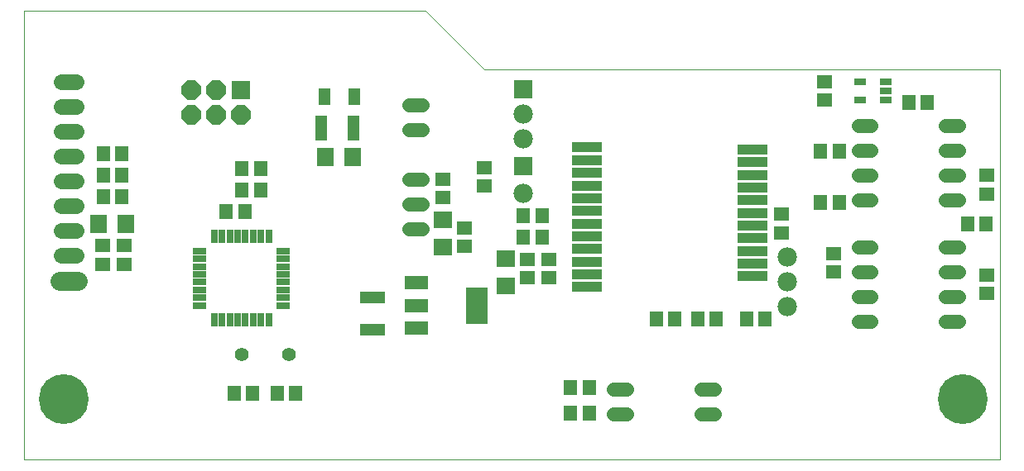
<source format=gts>
G75*
%MOIN*%
%OFA0B0*%
%FSLAX25Y25*%
%IPPOS*%
%LPD*%
%AMOC8*
5,1,8,0,0,1.08239X$1,22.5*
%
%ADD10C,0.00000*%
%ADD11C,0.06400*%
%ADD12R,0.05518X0.06306*%
%ADD13C,0.05600*%
%ADD14R,0.12211X0.04337*%
%ADD15R,0.05124X0.06699*%
%ADD16R,0.09200X0.05200*%
%ADD17R,0.09061X0.14573*%
%ADD18R,0.06306X0.05518*%
%ADD19R,0.07800X0.07800*%
%ADD20OC8,0.07800*%
%ADD21R,0.02600X0.05400*%
%ADD22R,0.05400X0.02600*%
%ADD23C,0.07800*%
%ADD24C,0.07800*%
%ADD25R,0.10243X0.05124*%
%ADD26R,0.05124X0.02565*%
%ADD27C,0.05600*%
%ADD28R,0.07487X0.06699*%
%ADD29R,0.06699X0.07487*%
%ADD30R,0.05124X0.10243*%
%ADD31C,0.20085*%
D10*
X0027244Y0007496D02*
X0027244Y0188598D01*
X0188661Y0188598D01*
X0212283Y0164976D01*
X0420157Y0164976D01*
X0420157Y0007496D01*
X0027244Y0007496D01*
D11*
X0042000Y0089819D02*
X0048000Y0089819D01*
X0048000Y0099819D02*
X0042000Y0099819D01*
X0042000Y0109819D02*
X0048000Y0109819D01*
X0048000Y0119819D02*
X0042000Y0119819D01*
X0042000Y0129819D02*
X0048000Y0129819D01*
X0048000Y0139819D02*
X0042000Y0139819D01*
X0042000Y0149819D02*
X0048000Y0149819D01*
X0048000Y0159819D02*
X0042000Y0159819D01*
D12*
X0058937Y0131118D03*
X0066417Y0131118D03*
X0066417Y0122457D03*
X0058937Y0122457D03*
X0058937Y0113795D03*
X0066417Y0113795D03*
X0108543Y0107496D03*
X0116024Y0107496D03*
X0114843Y0116157D03*
X0122323Y0116157D03*
X0122323Y0124819D03*
X0114843Y0124819D03*
X0228228Y0105921D03*
X0235709Y0105921D03*
X0235709Y0097260D03*
X0228228Y0097260D03*
X0281772Y0064189D03*
X0289252Y0064189D03*
X0298307Y0064189D03*
X0305787Y0064189D03*
X0317992Y0064189D03*
X0325472Y0064189D03*
X0254606Y0036630D03*
X0247126Y0036630D03*
X0247126Y0026394D03*
X0254606Y0026394D03*
X0136496Y0034268D03*
X0129016Y0034268D03*
X0119173Y0034268D03*
X0111693Y0034268D03*
X0347913Y0111433D03*
X0355394Y0111433D03*
X0355394Y0131906D03*
X0347913Y0131906D03*
X0383346Y0151591D03*
X0390827Y0151591D03*
X0406969Y0102772D03*
X0414449Y0102772D03*
D13*
X0403350Y0112181D02*
X0398150Y0112181D01*
X0398150Y0122181D02*
X0403350Y0122181D01*
X0403350Y0132181D02*
X0398150Y0132181D01*
X0398150Y0142181D02*
X0403350Y0142181D01*
X0368150Y0142181D02*
X0362950Y0142181D01*
X0362950Y0132181D02*
X0368150Y0132181D01*
X0368150Y0122181D02*
X0362950Y0122181D01*
X0362950Y0112181D02*
X0368150Y0112181D01*
X0368150Y0093362D02*
X0362950Y0093362D01*
X0362950Y0083362D02*
X0368150Y0083362D01*
X0368150Y0073362D02*
X0362950Y0073362D01*
X0362950Y0063362D02*
X0368150Y0063362D01*
X0398150Y0063362D02*
X0403350Y0063362D01*
X0403350Y0073362D02*
X0398150Y0073362D01*
X0398150Y0083362D02*
X0403350Y0083362D01*
X0403350Y0093362D02*
X0398150Y0093362D01*
X0304924Y0036118D02*
X0299724Y0036118D01*
X0299724Y0026118D02*
X0304924Y0026118D01*
X0269724Y0026118D02*
X0264524Y0026118D01*
X0264524Y0036118D02*
X0269724Y0036118D01*
X0187324Y0100606D02*
X0182124Y0100606D01*
X0182124Y0110606D02*
X0187324Y0110606D01*
X0187324Y0120606D02*
X0182124Y0120606D01*
X0182124Y0140606D02*
X0187324Y0140606D01*
X0187324Y0150606D02*
X0182124Y0150606D01*
D14*
X0253622Y0133480D03*
X0253622Y0128362D03*
X0253622Y0123244D03*
X0253622Y0118126D03*
X0253622Y0113008D03*
X0253622Y0107890D03*
X0253622Y0102772D03*
X0253622Y0097654D03*
X0253622Y0092535D03*
X0253622Y0087417D03*
X0253622Y0082299D03*
X0253622Y0077181D03*
X0320551Y0081512D03*
X0320551Y0086630D03*
X0320551Y0091748D03*
X0320551Y0096866D03*
X0320551Y0101984D03*
X0320551Y0107102D03*
X0320551Y0112220D03*
X0320551Y0117339D03*
X0320551Y0122457D03*
X0320551Y0127575D03*
X0320551Y0132693D03*
D15*
X0159921Y0153953D03*
X0148110Y0153953D03*
D16*
X0185123Y0078801D03*
X0185123Y0069701D03*
X0185123Y0060601D03*
D17*
X0209524Y0069701D03*
D18*
X0229606Y0080921D03*
X0238268Y0080921D03*
X0238268Y0088402D03*
X0229606Y0088402D03*
X0204409Y0093520D03*
X0204409Y0101000D03*
X0195748Y0113205D03*
X0212283Y0117929D03*
X0195748Y0120685D03*
X0212283Y0125409D03*
X0331969Y0106512D03*
X0331969Y0099031D03*
X0353228Y0090764D03*
X0353228Y0083283D03*
X0414646Y0082102D03*
X0414646Y0074622D03*
X0414646Y0114780D03*
X0414646Y0122260D03*
X0349291Y0152575D03*
X0349291Y0160055D03*
X0067402Y0093913D03*
X0058740Y0093913D03*
X0058740Y0086433D03*
X0067402Y0086433D03*
D19*
X0114409Y0156591D03*
X0228031Y0157102D03*
X0228031Y0126106D03*
D20*
X0114409Y0146591D03*
X0104409Y0146591D03*
X0094409Y0146591D03*
X0094409Y0156591D03*
X0104409Y0156591D03*
D21*
X0103622Y0097624D03*
X0106772Y0097624D03*
X0109921Y0097624D03*
X0113071Y0097624D03*
X0116220Y0097624D03*
X0119370Y0097624D03*
X0122520Y0097624D03*
X0125669Y0097624D03*
X0125669Y0063824D03*
X0122520Y0063824D03*
X0119370Y0063824D03*
X0116220Y0063824D03*
X0113071Y0063824D03*
X0109921Y0063824D03*
X0106772Y0063824D03*
X0103622Y0063824D03*
D22*
X0097746Y0069701D03*
X0097746Y0072850D03*
X0097746Y0076000D03*
X0097746Y0079150D03*
X0097746Y0082299D03*
X0097746Y0085449D03*
X0097746Y0088598D03*
X0097746Y0091748D03*
X0131546Y0091748D03*
X0131546Y0088598D03*
X0131546Y0085449D03*
X0131546Y0082299D03*
X0131546Y0079150D03*
X0131546Y0076000D03*
X0131546Y0072850D03*
X0131546Y0069701D03*
D23*
X0228031Y0115106D03*
X0228031Y0137102D03*
X0228031Y0147102D03*
X0334331Y0089150D03*
X0334331Y0079150D03*
X0334331Y0069150D03*
D24*
X0048661Y0079543D02*
X0041261Y0079543D01*
D25*
X0167402Y0073047D03*
X0167402Y0060055D03*
D26*
X0363858Y0152575D03*
X0374095Y0152575D03*
X0374095Y0156315D03*
X0374095Y0160055D03*
X0363858Y0160055D03*
D27*
X0133594Y0050016D03*
X0114594Y0050016D03*
D28*
X0195748Y0093323D03*
X0220945Y0088598D03*
X0220945Y0077575D03*
X0195748Y0104346D03*
D29*
X0159528Y0129543D03*
X0148504Y0129543D03*
X0068189Y0102772D03*
X0057165Y0102772D03*
D30*
X0146732Y0141354D03*
X0159724Y0141354D03*
D31*
X0042992Y0031906D03*
X0405197Y0031906D03*
M02*

</source>
